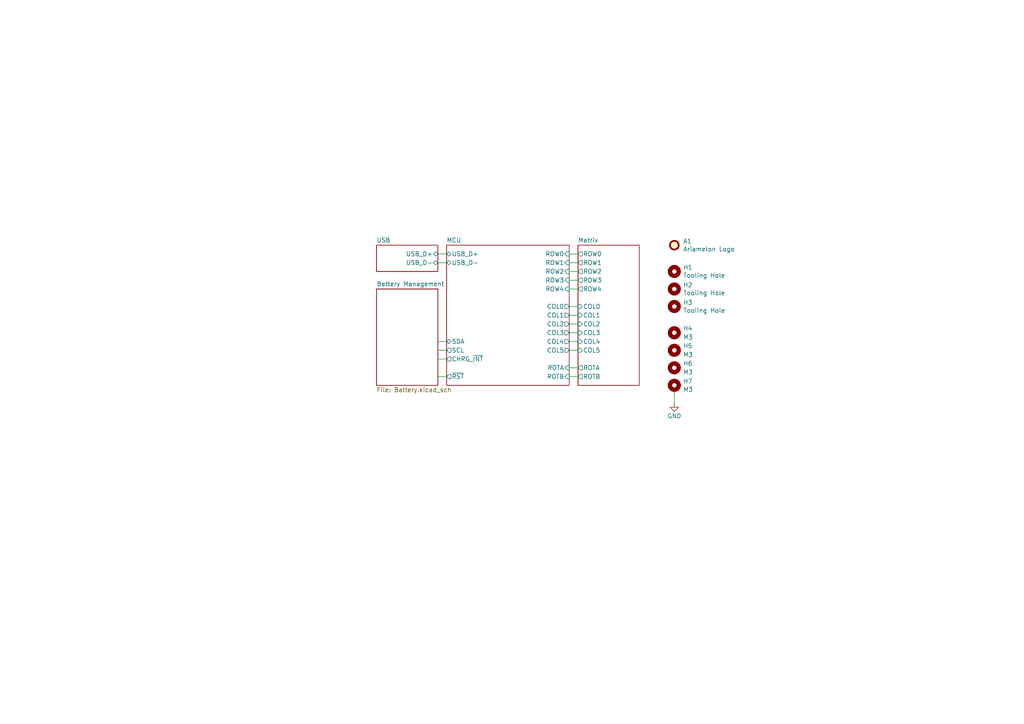
<source format=kicad_sch>
(kicad_sch (version 20230121) (generator eeschema)
  (paper "A4")
  (title_block (title "CantaloupeLP split ergonomic keyboard") (date "2024-10-16") (rev "V1.0") (company "Created by Ariamelon (https://github.com/Ariamelon/Cantaloupe/)") (comment 1 "Follows the VIK standard by Sadek Baroudi (https://github.com/sadekbaroudi/VIK)") (comment 2 "All capacitors 50V unless otherwise specified.") (comment 3 "Licensed under CC BY 4.0."))
  (lib_symbols
    (symbol "Ariamelon-Misc:MountingHole_Pad" (pin_numbers hide) (pin_names (offset 1.016) hide)
      (property "Reference" "H" (at 0 6.35 0))
      (property "Value" "MountingHole_Pad" (at 0 4.445 0))
      (symbol "MountingHole_Pad_0_1"
        (circle (center 0 0) (radius 1.27) (stroke (width 1.27)))
      )
      (symbol "MountingHole_Pad_1_1"
        (pin input line (at 0 -2.54 90) (length 1.27) (name "1") (number "1"))
      )
    )
    (symbol "Mechanical:Fiducial"
      (property "Reference" "FID" (at 0 5.08 0))
      (property "Value" "Fiducial" (at 0 3.175 0))
      (symbol "Fiducial_0_1"
        (circle (center 0 0) (radius 1.27) (stroke (width 0.508)) (fill (type background)))
      )
    )
    (symbol "Mechanical:MountingHole" (pin_names (offset 1.016))
      (property "Reference" "H" (at 0 5.08 0))
      (property "Value" "MountingHole" (at 0 3.175 0))
      (symbol "MountingHole_0_1"
        (circle (center 0 0) (radius 1.27) (stroke (width 1.27)))
      )
    )
    (symbol "power:GND" (power) (pin_names (offset 0))
      (property "Value" "GND" (at 0 -3.81 0))
      (symbol "GND_0_1"
        (polyline (pts (xy 0 0) (xy 0 -1.27) (xy 1.27 -1.27) (xy 0 -2.54) (xy -1.27 -1.27) (xy 0 -1.27)))
      )
      (symbol "GND_1_1"
        (pin power_in line (at 0 0 270) (length 0) hide (name "GND") (number "1"))
      )
    )
  )
  (wire (pts (xy 165.1 93.98) (xy 167.64 93.98)))
  (wire (pts (xy 129.54 99.06) (xy 127 99.06)))
  (wire (pts (xy 165.1 91.44) (xy 167.64 91.44)))
  (wire (pts (xy 167.64 109.22) (xy 165.1 109.22)))
  (wire (pts (xy 167.64 101.6) (xy 165.1 101.6)))
  (wire (pts (xy 165.1 76.2) (xy 167.64 76.2)))
  (wire (pts (xy 167.64 83.82) (xy 165.1 83.82)))
  (wire (pts (xy 167.64 106.68) (xy 165.1 106.68)))
  (wire (pts (xy 129.54 101.6) (xy 127 101.6)))
  (wire (pts (xy 165.1 78.74) (xy 167.64 78.74)))
  (wire (pts (xy 165.1 88.9) (xy 167.64 88.9)))
  (wire (pts (xy 195.58 114.3) (xy 195.58 116.84)))
  (wire (pts (xy 127 73.66) (xy 129.54 73.66)))
  (wire (pts (xy 127 76.2) (xy 129.54 76.2)))
  (wire (pts (xy 129.54 109.22) (xy 127 109.22)))
  (wire (pts (xy 165.1 96.52) (xy 167.64 96.52)))
  (wire (pts (xy 165.1 73.66) (xy 167.64 73.66)))
  (wire (pts (xy 167.64 99.06) (xy 165.1 99.06)))
  (wire (pts (xy 165.1 81.28) (xy 167.64 81.28)))
  (wire (pts (xy 129.54 104.14) (xy 127 104.14)))
  (symbol (lib_id "Mechanical:Fiducial") (at 195.58 71.12 0) (unit 1) (in_bom no)
    (property "Reference" "A1" (at 198.12 69.9516 0) (effects (justify left)))
    (property "Value" "Ariamelon Logo" (at 198.12 72.263 0) (effects (justify left)))
    (property "Footprint" "Ariamelon-Logo:Ariamelon_Logo_Small_CU" (effects hide))
  )
  (symbol (lib_id "Mechanical:MountingHole") (at 195.58 96.52 0) (mirror y) (unit 1) (in_bom no)
    (property "Reference" "H4" (at 198.12 95.25 0) (effects (justify right)))
    (property "Value" "M3" (at 198.12 97.79 0) (effects (justify right)))
    (property "Footprint" "Ariamelon-HolePad:MountingHole_3.2mm_M3_Pad" (effects hide))
  )
  (symbol (lib_id "Ariamelon-Misc:MountingHole_Pad") (at 195.58 111.76 0) (unit 1) (in_bom no)
    (property "Reference" "H7" (at 198.12 110.5479 0) (effects (justify left)))
    (property "Value" "M3" (at 198.12 112.9721 0) (effects (justify left)))
    (property "Footprint" "Ariamelon-HolePad:MountingHole_3.2mm_M3_Pad" (effects hide))
  )
  (symbol (lib_id "Mechanical:MountingHole") (at 195.58 88.9 0) (unit 1) (in_bom no)
    (property "Reference" "H3" (at 198.12 87.7316 0) (effects (justify left)))
    (property "Value" "Tooling Hole" (at 198.12 90.043 0) (effects (justify left)))
    (property "Footprint" "Ariamelon-HolePad:MountingHole_JLC-Tooling" (effects hide))
  )
  (symbol (lib_id "Mechanical:MountingHole") (at 195.58 101.6 270) (mirror x) (unit 1) (in_bom no)
    (property "Reference" "H5" (at 198.12 100.33 90) (effects (justify left)))
    (property "Value" "M3" (at 198.12 102.87 90) (effects (justify left)))
    (property "Footprint" "Ariamelon-HolePad:MountingHole_3.2mm_M3_Pad" (effects hide))
  )
  (symbol (lib_id "Mechanical:MountingHole") (at 195.58 106.68 0) (mirror y) (unit 1) (in_bom no)
    (property "Reference" "H6" (at 198.12 105.41 0) (effects (justify right)))
    (property "Value" "M3" (at 198.12 107.95 0) (effects (justify right)))
    (property "Footprint" "Ariamelon-HolePad:MountingHole_3.2mm_M3_Pad" (effects hide))
  )
  (symbol (lib_id "power:GND") (at 195.58 116.84 0) (unit 1)
    (property "Reference" "#PWR01" (effects hide))
    (property "Value" "GND" (at 195.58 120.65 0))
  )
  (symbol (lib_id "Mechanical:MountingHole") (at 195.58 78.74 0) (unit 1) (in_bom no)
    (property "Reference" "H1" (at 198.12 77.5716 0) (effects (justify left)))
    (property "Value" "Tooling Hole" (at 198.12 79.883 0) (effects (justify left)))
    (property "Footprint" "Ariamelon-HolePad:MountingHole_JLC-Tooling" (effects hide))
  )
  (symbol (lib_id "Mechanical:MountingHole") (at 195.58 83.82 0) (unit 1) (in_bom no)
    (property "Reference" "H2" (at 198.12 82.6516 0) (effects (justify left)))
    (property "Value" "Tooling Hole" (at 198.12 84.963 0) (effects (justify left)))
    (property "Footprint" "Ariamelon-HolePad:MountingHole_JLC-Tooling" (effects hide))
  )
  (sheet (at 109.22 71.12) (size 17.78 7.62) (stroke (width 0.1524))
    (property "Sheetname" "USB" (at 109.22 70.4084 0) (effects (justify left bottom)))
    (property "Sheetfile" "USB.kicad_sch" (effects hide))
    (pin "USB_D-" bidirectional (at 127 76.2 0))
    (pin "USB_D+" bidirectional (at 127 73.66 0))
  )
  (sheet (at 109.22 83.82) (size 17.78 27.94) (stroke (width 0.1524))
    (property "Sheetname" "Battery Management" (at 109.22 83.1084 0) (effects (justify left bottom)))
    (property "Sheetfile" "Battery.kicad_sch" (at 109.22 112.3446 0) (effects (justify left top)))
  )
  (sheet (at 167.64 71.12) (size 17.78 40.64) (stroke (width 0.1524))
    (property "Sheetname" "Matrix" (at 167.64 70.4084 0) (effects (justify left bottom)))
    (property "Sheetfile" "Matrix.kicad_sch" (effects hide))
    (pin "ROW2" output (at 167.64 78.74 180))
    (pin "ROW3" output (at 167.64 81.28 180))
    (pin "ROW4" output (at 167.64 83.82 180))
    (pin "ROW0" output (at 167.64 73.66 180))
    (pin "ROW1" output (at 167.64 76.2 180))
    (pin "COL3" input (at 167.64 96.52 180))
    (pin "COL2" input (at 167.64 93.98 180))
    (pin "COL1" input (at 167.64 91.44 180))
    (pin "COL0" input (at 167.64 88.9 180))
    (pin "COL4" input (at 167.64 99.06 180))
    (pin "COL5" input (at 167.64 101.6 180))
    (pin "ROTA" output (at 167.64 106.68 180))
    (pin "ROTB" output (at 167.64 109.22 180))
  )
  (sheet (at 129.54 71.12) (size 35.56 40.64) (stroke (width 0.1524))
    (property "Sheetname" "MCU" (at 129.54 70.4084 0) (effects (justify left bottom)))
    (property "Sheetfile" "MCU.kicad_sch" (effects hide))
    (pin "ROW1" input (at 165.1 76.2 0))
    (pin "ROW2" input (at 165.1 78.74 0))
    (pin "ROW0" input (at 165.1 73.66 0))
    (pin "ROW3" input (at 165.1 81.28 0))
    (pin "ROW4" input (at 165.1 83.82 0))
    (pin "USB_D+" bidirectional (at 129.54 73.66 180))
    (pin "USB_D-" bidirectional (at 129.54 76.2 180))
    (pin "COL2" output (at 165.1 93.98 0))
    (pin "COL3" output (at 165.1 96.52 0))
    (pin "COL0" output (at 165.1 88.9 0))
    (pin "COL5" output (at 165.1 101.6 0))
    (pin "COL1" output (at 165.1 91.44 0))
    (pin "COL4" output (at 165.1 99.06 0))
    (pin "ROTB" input (at 165.1 109.22 0))
    (pin "ROTA" input (at 165.1 106.68 0))
    (pin "~{RST}" output (at 129.54 109.22 180))
    (pin "CHRG_~{INT}" output (at 129.54 104.14 180))
    (pin "SDA" bidirectional (at 129.54 99.06 180))
    (pin "SCL" output (at 129.54 101.6 180))
  )
)
</source>
